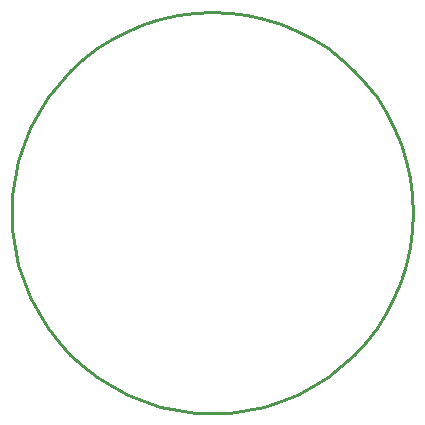
<source format=gbr>
G04 EAGLE Gerber RS-274X export*
G75*
%MOMM*%
%FSLAX34Y34*%
%LPD*%
%IN*%
%IPPOS*%
%AMOC8*
5,1,8,0,0,1.08239X$1,22.5*%
G01*
%ADD10C,0.254000*%


D10*
X0Y170000D02*
X647Y155184D01*
X2583Y140480D01*
X5793Y126001D01*
X10252Y111857D01*
X15928Y98155D01*
X22776Y85000D01*
X30744Y72492D01*
X39772Y60726D01*
X49792Y49792D01*
X60726Y39772D01*
X72492Y30744D01*
X85000Y22776D01*
X98155Y15928D01*
X111857Y10252D01*
X126001Y5793D01*
X140480Y2583D01*
X155184Y647D01*
X170000Y0D01*
X184816Y647D01*
X199520Y2583D01*
X213999Y5793D01*
X228143Y10252D01*
X241845Y15928D01*
X255000Y22776D01*
X267508Y30744D01*
X279274Y39772D01*
X290208Y49792D01*
X300228Y60726D01*
X309256Y72492D01*
X317224Y85000D01*
X324072Y98155D01*
X329748Y111857D01*
X334207Y126001D01*
X337417Y140480D01*
X339353Y155184D01*
X340000Y170000D01*
X339353Y184816D01*
X337417Y199520D01*
X334207Y213999D01*
X329748Y228143D01*
X324072Y241845D01*
X317224Y255000D01*
X309256Y267508D01*
X300228Y279274D01*
X290208Y290208D01*
X279274Y300228D01*
X267508Y309256D01*
X255000Y317224D01*
X241845Y324072D01*
X228143Y329748D01*
X213999Y334207D01*
X199520Y337417D01*
X184816Y339353D01*
X170000Y340000D01*
X155184Y339353D01*
X140480Y337417D01*
X126001Y334207D01*
X111857Y329748D01*
X98155Y324072D01*
X85000Y317224D01*
X72492Y309256D01*
X60726Y300228D01*
X49792Y290208D01*
X39772Y279274D01*
X30744Y267508D01*
X22776Y255000D01*
X15928Y241845D01*
X10252Y228143D01*
X5793Y213999D01*
X2583Y199520D01*
X647Y184816D01*
X0Y170000D01*
M02*

</source>
